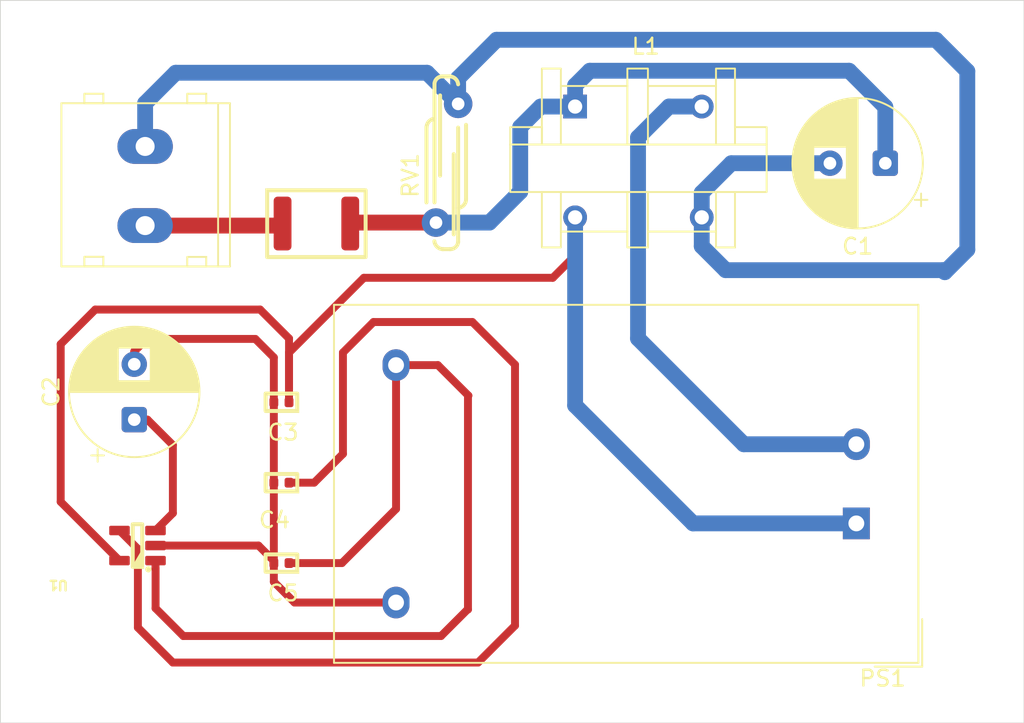
<source format=kicad_pcb>
(kicad_pcb (version 20241229) (generator "pcbnew") (generator_version "9.0")
  (layers (0 "F.Cu" signal) (2 "B.Cu" signal) (13 "F.Paste" user) (15 "B.Paste" user) (5 "F.SilkS" user "F.Silkscreen") (7 "B.SilkS" user "B.Silkscreen") (1 "F.Mask" user) (3 "B.Mask" user) (25 "Edge.Cuts" user))
  (net 0 "")
  (net 1 "Net-(C1-Pad1)")
  (net 2 "Net-(J1-Pin_1)")
  (net 3 "GND")
  (net 4 "+5V")
  (net 5 "+3.3V")
  (net 6 "Net-(U1-BP)")
  (net 7 "Net-(J1-Pin_2)")
  (net 8 "Net-(PS1-AC{slash}N)")
  (footprint "IVS_FOOTPRINTS:C_0402" (layer "F.Cu") (at 81.611149 114.162349 180)
    (property "Reference" "C3" (at -0.1 -1.9 0) (layer "F.SilkS"))
    (property "Value" "1 uF")
    (fp_rect (start -1 -0.55) (end 1 0.55) (stroke (width 0.25)) (fill no) (layer "F.SilkS"))
    (pad "1" smd roundrect (at -0.48 0 180) (size 0.56 0.62) (layers "F.Cu" "F.Mask" "F.Paste") (net 5 "+3.3V"))
    (pad "2" smd roundrect (at 0.48 0 180) (size 0.56 0.62) (layers "F.Cu" "F.Mask" "F.Paste") (net 3 "GND"))
  )
  (footprint "IVS_FOOTPRINTS:SOT23-5" (layer "F.Cu") (at 72.517 123.2154 180)
    (property "Reference" "U1" (at 5 -2.5 180) (layer "F.SilkS") (effects (font (size 0.6 0.6) (thickness 0.15) (bold yes))))
    (property "Value" "RT9193-33GB")
    (fp_rect (start -0.2992 -1.35) (end 0.2992 1.35) (stroke (width 0.25)) (fill no) (layer "F.SilkS"))
    (fp_circle (center -0.6858 -1.4986) (end -0.564289 -1.4986) (stroke (width 0.15)) (fill yes) (layer "F.SilkS"))
    (fp_poly (pts (xy -0.2992 -1.35) (xy 0.2992 -1.35) (xy -0.3048 -0.3302)) (stroke (width 0.12)) (fill yes) (layer "F.SilkS"))
    (pad "1" smd roundrect (at -1.1375 -0.95 180) (size 1.3 0.6) (layers "F.Cu" "F.Mask" "F.Paste") (roundrect_rratio 0.15) (net 4 "+5V"))
    (pad "2" smd roundrect (at -1.1375 0 180) (size 1.3 0.6) (layers "F.Cu" "F.Mask" "F.Paste") (roundrect_rratio 0.15) (net 3 "GND"))
    (pad "3" smd roundrect (at -1.1375 0.95 180) (size 1.3 0.6) (layers "F.Cu" "F.Mask" "F.Paste") (roundrect_rratio 0.15) (net 4 "+5V"))
    (pad "4" smd roundrect (at 1.1375 0.95 180) (size 1.3 0.6) (layers "F.Cu" "F.Mask" "F.Paste") (roundrect_rratio 0.15) (net 6 "Net-(U1-BP)"))
    (pad "5" smd roundrect (at 1.1375 -0.95 180) (size 1.3 0.6) (layers "F.Cu" "F.Mask" "F.Paste") (roundrect_rratio 0.15) (net 5 "+3.3V"))
  )
  (footprint "IVS_FOOTPRINTS:C_0402" (layer "F.Cu") (at 81.611149 124.322349 180)
    (property "Reference" "C5" (at -0.1 -1.9 0) (layer "F.SilkS"))
    (property "Value" "1uF")
    (fp_rect (start -1 -0.55) (end 1 0.55) (stroke (width 0.25)) (fill no) (layer "F.SilkS"))
    (pad "1" smd roundrect (at -0.48 0 180) (size 0.56 0.62) (layers "F.Cu" "F.Mask" "F.Paste") (net 4 "+5V"))
    (pad "2" smd roundrect (at 0.48 0 180) (size 0.56 0.62) (layers "F.Cu" "F.Mask" "F.Paste") (net 3 "GND"))
  )
  (footprint "Converter_ACDC:Converter_ACDC_Hi-Link_HLK-PMxx" (layer "F.Cu") (at 117.9322 121.8146 180)
    (property "Reference" "PS1" (at -1.66 -9.79 0) (layer "F.SilkS"))
    (property "Value" "HLK-PM01")
    (fp_line (start 33 -8.81) (end 33 13.81) (stroke (width 0.12)) (layer "F.SilkS"))
    (fp_line (start -3.92 13.81) (end 33 13.81) (stroke (width 0.12)) (layer "F.SilkS"))
    (fp_line (start -3.92 -8.81) (end 33 -8.81) (stroke (width 0.12)) (layer "F.SilkS"))
    (fp_line (start -3.92 -8.81) (end -3.92 13.81) (stroke (width 0.12)) (layer "F.SilkS"))
    (fp_line (start -4.16 -6.05) (end -4.16 -9.05) (stroke (width 0.12)) (layer "F.SilkS"))
    (fp_line (start -4.16 -9.05) (end -1.16 -9.05) (stroke (width 0.12)) (layer "F.SilkS"))
    (pad "1" thru_hole rect (at 0 0 180) (size 1.7 2) (drill 1) (layers "*.Cu" "*.Mask") (net 5 "+3.3V"))
    (pad "2" thru_hole oval (at 0 5 180) (size 1.7 2) (drill 1) (layers "*.Cu" "*.Mask") (net 8 "Net-(PS1-AC{slash}N)"))
    (pad "3" thru_hole oval (at 29.08 -5 180) (size 1.7 2) (drill 1) (layers "*.Cu" "*.Mask") (net 3 "GND"))
    (pad "4" thru_hole oval (at 29.08 10 180) (size 1.7 2) (drill 1) (layers "*.Cu" "*.Mask") (net 4 "+5V"))
  )
  (footprint "IVS_FOOTPRINTS:ACFilterChoke-UU9.8" (layer "F.Cu") (at 104.1154 98.8798)
    (property "Reference" "L1" (hide yes))
    (property "Value" "L_Coupled_1243")
    (fp_line (start -4.85 -4.7) (end -0.65 -4.7) (stroke (width 0.12)) (layer "F.SilkS"))
    (fp_line (start -4.85 4.5) (end -0.65 4.5) (stroke (width 0.12)) (layer "F.SilkS"))
    (fp_line (start 0.65 -4.7) (end 4.95 -4.7) (stroke (width 0.12)) (layer "F.SilkS"))
    (fp_line (start 0.65 4.5) (end 4.95 4.5) (stroke (width 0.12)) (layer "F.SilkS"))
    (fp_rect (start -8.05 -1) (end -6.05 -2.1) (stroke (width 0.12)) (fill no) (layer "F.SilkS"))
    (fp_rect (start -8.05 -1) (end 8.15 2) (stroke (width 0.12)) (fill no) (layer "F.SilkS"))
    (fp_rect (start -6.05 -1) (end -4.85 -5.8) (stroke (width 0.12)) (fill no) (layer "F.SilkS"))
    (fp_rect (start -6.05 2) (end -4.85 5.5) (stroke (width 0.12)) (fill no) (layer "F.SilkS"))
    (fp_rect (start -0.65 -1) (end 0.65 -5.8) (stroke (width 0.12)) (fill no) (layer "F.SilkS"))
    (fp_rect (start 0.65 5.5) (end -0.65 2) (stroke (width 0.12)) (fill no) (layer "F.SilkS"))
    (fp_rect (start 4.95 -1) (end 6.15 -5.8) (stroke (width 0.12)) (fill no) (layer "F.SilkS"))
    (fp_rect (start 6.15 -1) (end 8.15 -2.1) (stroke (width 0.12)) (fill no) (layer "F.SilkS"))
    (fp_rect (start 6.15 5.5) (end 4.95 2) (stroke (width 0.12)) (fill no) (layer "F.SilkS"))
    (fp_text user "${REFERENCE}" (at 0.51 -7.2 0) (layer "F.SilkS"))
    (pad "1" thru_hole trapezoid (at -3.95 -3.4) (size 1.5 1.5) (drill 0.9) (layers "*.Cu" "*.Mask") (net 1 "Net-(C1-Pad1)"))
    (pad "2" thru_hole circle (at -3.95 3.6) (size 1.5 1.5) (drill 0.9) (layers "*.Cu" "*.Mask") (net 5 "+3.3V"))
    (pad "3" thru_hole circle (at 4.05 -3.4) (size 1.5 1.5) (drill 0.9) (layers "*.Cu" "*.Mask") (net 8 "Net-(PS1-AC{slash}N)"))
    (pad "4" thru_hole circle (at 4.05 3.6) (size 1.5 1.5) (drill 0.9) (layers "*.Cu" "*.Mask") (net 2 "Net-(J1-Pin_1)"))
  )
  (footprint "Capacitor_THT:CP_Radial_D8.0mm_P3.50mm" (layer "F.Cu") (at 119.762651 99.06 180)
    (property "Reference" "C1" (at 1.75 -5.25 0) (layer "F.SilkS"))
    (property "Value" "220 uF" (hide yes))
    (fp_line (start 5.83 -0.533) (end 5.83 0.533) (stroke (width 0.12)) (layer "F.SilkS"))
    (fp_line (start 5.79 -0.768) (end 5.79 0.768) (stroke (width 0.12)) (layer "F.SilkS"))
    (fp_line (start 5.75 -0.947) (end 5.75 0.947) (stroke (width 0.12)) (layer "F.SilkS"))
    (fp_line (start 5.71 -1.097) (end 5.71 1.097) (stroke (width 0.12)) (layer "F.SilkS"))
    (fp_line (start 5.67 -1.228) (end 5.67 1.228) (stroke (width 0.12)) (layer "F.SilkS"))
    (fp_line (start 5.63 -1.346) (end 5.63 1.346) (stroke (width 0.12)) (layer "F.SilkS"))
    (fp_line (start 5.59 -1.453) (end 5.59 1.453) (stroke (width 0.12)) (layer "F.SilkS"))
    (fp_line (start 5.55 -1.552) (end 5.55 1.552) (stroke (width 0.12)) (layer "F.SilkS"))
    (fp_line (start 5.51 -1.644) (end 5.51 1.644) (stroke (width 0.12)) (layer "F.SilkS"))
    (fp_line (start 5.47 -1.731) (end 5.47 1.731) (stroke (width 0.12)) (layer "F.SilkS"))
    (fp_line (start 5.43 -1.813) (end 5.43 1.813) (stroke (width 0.12)) (layer "F.SilkS"))
    (fp_line (start 5.39 -1.89) (end 5.39 1.89) (stroke (width 0.12)) (layer "F.SilkS"))
    (fp_line (start 5.35 -1.964) (end 5.35 1.964) (stroke (width 0.12)) (layer "F.SilkS"))
    (fp_line (start 5.31 -2.034) (end 5.31 2.034) (stroke (width 0.12)) (layer "F.SilkS"))
    (fp_line (start 5.27 -2.101) (end 5.27 2.101) (stroke (width 0.12)) (layer "F.SilkS"))
    (fp_line (start 5.23 -2.165) (end 5.23 2.165) (stroke (width 0.12)) (layer "F.SilkS"))
    (fp_line (start 5.19 -2.227) (end 5.19 2.227) (stroke (width 0.12)) (layer "F.SilkS"))
    (fp_line (start 5.15 -2.287) (end 5.15 2.287) (stroke (width 0.12)) (layer "F.SilkS"))
    (fp_line (start 5.11 -2.344) (end 5.11 2.344) (stroke (width 0.12)) (layer "F.SilkS"))
    (fp_line (start 5.07 -2.4) (end 5.07 2.4) (stroke (width 0.12)) (layer "F.SilkS"))
    (fp_line (start 5.03 -2.453) (end 5.03 2.453) (stroke (width 0.12)) (layer "F.SilkS"))
    (fp_line (start 4.99 -2.505) (end 4.99 2.505) (stroke (width 0.12)) (layer "F.SilkS"))
    (fp_line (start 4.95 -2.555) (end 4.95 2.555) (stroke (width 0.12)) (layer "F.SilkS"))
    (fp_line (start 4.91 -2.604) (end 4.91 2.604) (stroke (width 0.12)) (layer "F.SilkS"))
    (fp_line (start 4.87 -2.651) (end 4.87 2.651) (stroke (width 0.12)) (layer "F.SilkS"))
    (fp_line (start 4.83 -2.696) (end 4.83 2.696) (stroke (width 0.12)) (layer "F.SilkS"))
    (fp_line (start 4.79 -2.741) (end 4.79 2.741) (stroke (width 0.12)) (layer "F.SilkS"))
    (fp_line (start 4.75 -2.784) (end 4.75 2.784) (stroke (width 0.12)) (layer "F.SilkS"))
    (fp_line (start 4.71 -2.826) (end 4.71 2.826) (stroke (width 0.12)) (layer "F.SilkS"))
    (fp_line (start 4.67 -2.867) (end 4.67 2.867) (stroke (width 0.12)) (layer "F.SilkS"))
    (fp_line (start 4.63 -2.906) (end 4.63 2.906) (stroke (width 0.12)) (layer "F.SilkS"))
    (fp_line (start 4.59 -2.945) (end 4.59 2.945) (stroke (width 0.12)) (layer "F.SilkS"))
    (fp_line (start 4.55 -2.982) (end 4.55 2.982) (stroke (width 0.12)) (layer "F.SilkS"))
    (fp_line (start 4.51 1.04) (end 4.51 3.019) (stroke (width 0.12)) (layer "F.SilkS"))
    (fp_line (start 4.51 -3.019) (end 4.51 -1.04) (stroke (width 0.12)) (layer "F.SilkS"))
    (fp_line (start 4.47 1.04) (end 4.47 3.055) (stroke (width 0.12)) (layer "F.SilkS"))
    (fp_line (start 4.47 -3.055) (end 4.47 -1.04) (stroke (width 0.12)) (layer "F.SilkS"))
    (fp_line (start 4.43 1.04) (end 4.43 3.089) (stroke (width 0.12)) (layer "F.SilkS"))
    (fp_line (start 4.43 -3.089) (end 4.43 -1.04) (stroke (width 0.12)) (layer "F.SilkS"))
    (fp_line (start 4.39 1.04) (end 4.39 3.123) (stroke (width 0.12)) (layer "F.SilkS"))
    (fp_line (start 4.39 -3.123) (end 4.39 -1.04) (stroke (width 0.12)) (layer "F.SilkS"))
    (fp_line (start 4.35 1.04) (end 4.35 3.156) (stroke (width 0.12)) (layer "F.SilkS"))
    (fp_line (start 4.35 -3.156) (end 4.35 -1.04) (stroke (width 0.12)) (layer "F.SilkS"))
    (fp_line (start 4.31 1.04) (end 4.31 3.188) (stroke (width 0.12)) (layer "F.SilkS"))
    (fp_line (start 4.31 -3.188) (end 4.31 -1.04) (stroke (width 0.12)) (layer "F.SilkS"))
    (fp_line (start 4.27 1.04) (end 4.27 3.219) (stroke (width 0.12)) (layer "F.SilkS"))
    (fp_line (start 4.27 -3.219) (end 4.27 -1.04) (stroke (width 0.12)) (layer "F.SilkS"))
    (fp_line (start 4.23 1.04) (end 4.23 3.25) (stroke (width 0.12)) (layer "F.SilkS"))
    (fp_line (start 4.23 -3.25) (end 4.23 -1.04) (stroke (width 0.12)) (layer "F.SilkS"))
    (fp_line (start 4.19 1.04) (end 4.19 3.28) (stroke (width 0.12)) (layer "F.SilkS"))
    (fp_line (start 4.19 -3.28) (end 4.19 -1.04) (stroke (width 0.12)) (layer "F.SilkS"))
    (fp_line (start 4.15 1.04) (end 4.15 3.309) (stroke (width 0.12)) (layer "F.SilkS"))
    (fp_line (start 4.15 -3.309) (end 4.15 -1.04) (stroke (width 0.12)) (layer "F.SilkS"))
    (fp_line (start 4.11 1.04) (end 4.11 3.337) (stroke (width 0.12)) (layer "F.SilkS"))
    (fp_line (start 4.11 -3.337) (end 4.11 -1.04) (stroke (width 0.12)) (layer "F.SilkS"))
    (fp_line (start 4.07 1.04) (end 4.07 3.365) (stroke (width 0.12)) (layer "F.SilkS"))
    (fp_line (start 4.07 -3.365) (end 4.07 -1.04) (stroke (width 0.12)) (layer "F.SilkS"))
    (fp_line (start 4.03 1.04) (end 4.03 3.392) (stroke (width 0.12)) (layer "F.SilkS"))
    (fp_line (start 4.03 -3.392) (end 4.03 -1.04) (stroke (width 0.12)) (layer "F.SilkS"))
    (fp_line (start 3.99 1.04) (end 3.99 3.418) (stroke (width 0.12)) (layer "F.SilkS"))
    (fp_line (start 3.99 -3.418) (end 3.99 -1.04) (stroke (width 0.12)) (layer "F.SilkS"))
    (fp_line (start 3.95 1.04) (end 3.95 3.443) (stroke (width 0.12)) (layer "F.SilkS"))
    (fp_line (start 3.95 -3.443) (end 3.95 -1.04) (stroke (width 0.12)) (layer "F.SilkS"))
    (fp_line (start 3.91 1.04) (end 3.91 3.468) (stroke (width 0.12)) (layer "F.SilkS"))
    (fp_line (start 3.91 -3.468) (end 3.91 -1.04) (stroke (width 0.12)) (layer "F.SilkS"))
    (fp_line (start 3.87 1.04) (end 3.87 3.493) (stroke (width 0.12)) (layer "F.SilkS"))
    (fp_line (start 3.87 -3.493) (end 3.87 -1.04) (stroke (width 0.12)) (layer "F.SilkS"))
    (fp_line (start 3.83 1.04) (end 3.83 3.516) (stroke (width 0.12)) (layer "F.SilkS"))
    (fp_line (start 3.83 -3.516) (end 3.83 -1.04) (stroke (width 0.12)) (layer "F.SilkS"))
    (fp_line (start 3.79 1.04) (end 3.79 3.539) (stroke (width 0.12)) (layer "F.SilkS"))
    (fp_line (start 3.79 -3.539) (end 3.79 -1.04) (stroke (width 0.12)) (layer "F.SilkS"))
    (fp_line (start 3.75 1.04) (end 3.75 3.562) (stroke (width 0.12)) (layer "F.SilkS"))
    (fp_line (start 3.75 -3.562) (end 3.75 -1.04) (stroke (width 0.12)) (layer "F.SilkS"))
    (fp_line (start 3.71 1.04) (end 3.71 3.584) (stroke (width 0.12)) (layer "F.SilkS"))
    (fp_line (start 3.71 -3.584) (end 3.71 -1.04) (stroke (width 0.12)) (layer "F.SilkS"))
    (fp_line (start 3.67 1.04) (end 3.67 3.605) (stroke (width 0.12)) (layer "F.SilkS"))
    (fp_line (start 3.67 -3.605) (end 3.67 -1.04) (stroke (width 0.12)) (layer "F.SilkS"))
    (fp_line (start 3.63 1.04) (end 3.63 3.626) (stroke (width 0.12)) (layer "F.SilkS"))
    (fp_line (start 3.63 -3.626) (end 3.63 -1.04) (stroke (width 0.12)) (layer "F.SilkS"))
    (fp_line (start 3.59 1.04) (end 3.59 3.646) (stroke (width 0.12)) (layer "F.SilkS"))
    (fp_line (start 3.59 -3.646) (end 3.59 -1.04) (stroke (width 0.12)) (layer "F.SilkS"))
    (fp_line (start 3.55 1.04) (end 3.55 3.666) (stroke (width 0.12)) (layer "F.SilkS"))
    (fp_line (start 3.55 -3.666) (end 3.55 -1.04) (stroke (width 0.12)) (layer "F.SilkS"))
    (fp_line (start 3.51 1.04) (end 3.51 3.685) (stroke (width 0.12)) (layer "F.SilkS"))
    (fp_line (start 3.51 -3.685) (end 3.51 -1.04) (stroke (width 0.12)) (layer "F.SilkS"))
    (fp_line (start 3.47 1.04) (end 3.47 3.704) (stroke (width 0.12)) (layer "F.SilkS"))
    (fp_line (start 3.47 -3.704) (end 3.47 -1.04) (stroke (width 0.12)) (layer "F.SilkS"))
    (fp_line (start 3.43 1.04) (end 3.43 3.722) (stroke (width 0.12)) (layer "F.SilkS"))
    (fp_line (start 3.43 -3.722) (end 3.43 -1.04) (stroke (width 0.12)) (layer "F.SilkS"))
    (fp_line (start 3.39 1.04) (end 3.39 3.74) (stroke (width 0.12)) (layer "F.SilkS"))
    (fp_line (start 3.39 -3.74) (end 3.39 -1.04) (stroke (width 0.12)) (layer "F.SilkS"))
    (fp_line (start 3.35 1.04) (end 3.35 3.757) (stroke (width 0.12)) (layer "F.SilkS"))
    (fp_line (start 3.35 -3.757) (end 3.35 -1.04) (stroke (width 0.12)) (layer "F.SilkS"))
    (fp_line (start 3.31 1.04) (end 3.31 3.773) (stroke (width 0.12)) (layer "F.SilkS"))
    (fp_line (start 3.31 -3.773) (end 3.31 -1.04) (stroke (width 0.12)) (layer "F.SilkS"))
    (fp_line (start 3.27 1.04) (end 3.27 3.789) (stroke (width 0.12)) (layer "F.SilkS"))
    (fp_line (start 3.27 -3.789) (end 3.27 -1.04) (stroke (width 0.12)) (layer "F.SilkS"))
    (fp_line (start 3.23 1.04) (end 3.23 3.805) (stroke (width 0.12)) (layer "F.SilkS"))
    (fp_line (start 3.23 -3.805) (end 3.23 -1.04) (stroke (width 0.12)) (layer "F.SilkS"))
    (fp_line (start 3.19 1.04) (end 3.19 3.82) (stroke (width 0.12)) (layer "F.SilkS"))
    (fp_line (start 3.19 -3.82) (end 3.19 -1.04) (stroke (width 0.12)) (layer "F.SilkS"))
    (fp_line (start 3.15 1.04) (end 3.15 3.835) (stroke (width 0.12)) (layer "F.SilkS"))
    (fp_line (start 3.15 -3.835) (end 3.15 -1.04) (stroke (width 0.12)) (layer "F.SilkS"))
    (fp_line (start 3.11 1.04) (end 3.11 3.849) (stroke (width 0.12)) (layer "F.SilkS"))
    (fp_line (start 3.11 -3.849) (end 3.11 -1.04) (stroke (width 0.12)) (layer "F.SilkS"))
    (fp_line (start 3.07 1.04) (end 3.07 3.863) (stroke (width 0.12)) (layer "F.SilkS"))
    (fp_line (start 3.07 -3.863) (end 3.07 -1.04) (stroke (width 0.12)) (layer "F.SilkS"))
    (fp_line (start 3.03 1.04) (end 3.03 3.876) (stroke (width 0.12)) (layer "F.SilkS"))
    (fp_line (start 3.03 -3.876) (end 3.03 -1.04) (stroke (width 0.12)) (layer "F.SilkS"))
    (fp_line (start 2.99 1.04) (end 2.99 3.889) (stroke (width 0.12)) (layer "F.SilkS"))
    (fp_line (start 2.99 -3.889) (end 2.99 -1.04) (stroke (width 0.12)) (layer "F.SilkS"))
    (fp_line (start 2.95 1.04) (end 2.95 3.901) (stroke (width 0.12)) (layer "F.SilkS"))
    (fp_line (start 2.95 -3.901) (end 2.95 -1.04) (stroke (width 0.12)) (layer "F.SilkS"))
    (fp_line (start 2.91 1.04) (end 2.91 3.913) (stroke (width 0.12)) (layer "F.SilkS"))
    (fp_line (start 2.91 -3.913) (end 2.91 -1.04) (stroke (width 0.12)) (layer "F.SilkS"))
    (fp_line (start 2.87 1.04) (end 2.87 3.925) (stroke (width 0.12)) (layer "F.SilkS"))
    (fp_line (start 2.87 -3.925) (end 2.87 -1.04) (stroke (width 0.12)) (layer "F.SilkS"))
    (fp_line (start 2.83 1.04) (end 2.83 3.936) (stroke (width 0.12)) (layer "F.SilkS"))
    (fp_line (start 2.83 -3.936) (end 2.83 -1.04) (stroke (width 0.12)) (layer "F.SilkS"))
    (fp_line (start 2.79 1.04) (end 2.79 3.947) (stroke (width 0.12)) (layer "F.SilkS"))
    (fp_line (start 2.79 -3.947) (end 2.79 -1.04) (stroke (width 0.12)) (layer "F.SilkS"))
    (fp_line (start 2.75 1.04) (end 2.75 3.957) (stroke (width 0.12)) (layer "F.SilkS"))
    (fp_line (start 2.75 -3.957) (end 2.75 -1.04) (stroke (width 0.12)) (layer "F.SilkS"))
    (fp_line (start 2.71 1.04) (end 2.71 3.967) (stroke (width 0.12)) (layer "F.SilkS"))
    (fp_line (start 2.71 -3.967) (end 2.71 -1.04) (stroke (width 0.12)) (layer "F.SilkS"))
    (fp_line (start 2.67 1.04) (end 2.67 3.976) (stroke (width 0.12)) (layer "F.SilkS"))
    (fp_line (start 2.67 -3.976) (end 2.67 -1.04) (stroke (width 0.12)) (layer "F.SilkS"))
    (fp_line (start 2.63 1.04) (end 2.63 3.985) (stroke (width 0.12)) (layer "F.SilkS"))
    (fp_line (start 2.63 -3.985) (end 2.63 -1.04) (stroke (width 0.12)) (layer "F.SilkS"))
    (fp_line (start 2.59 1.04) (end 2.59 3.993) (stroke (width 0.12)) (layer "F.SilkS"))
    (fp_line (start 2.59 -3.993) (end 2.59 -1.04) (stroke (width 0.12)) (layer "F.SilkS"))
    (fp_line (start 2.55 1.04) (end 2.55 4.002) (stroke (width 0.12)) (layer "F.SilkS"))
    (fp_line (start 2.55 -4.002) (end 2.55 -1.04) (stroke (width 0.12)) (layer "F.SilkS"))
    (fp_line (start 2.51 1.04) (end 2.51 4.009) (stroke (width 0.12)) (layer "F.SilkS"))
    (fp_line (start 2.51 -4.009) (end 2.51 -1.04) (stroke (width 0.12)) (layer "F.SilkS"))
    (fp_line (start 2.47 1.04) (end 2.47 4.017) (stroke (width 0.12)) (layer "F.SilkS"))
    (fp_line (start 2.47 -4.017) (end 2.47 -1.04) (stroke (width 0.12)) (layer "F.SilkS"))
    (fp_line (start 2.43 -4.023) (end 2.43 4.023) (stroke (width 0.12)) (layer "F.SilkS"))
    (fp_line (start 2.39 -4.03) (end 2.39 4.03) (stroke (width 0.12)) (layer "F.SilkS"))
    (fp_line (start 2.35 -4.036) (end 2.35 4.036) (stroke (width 0.12)) (layer "F.SilkS"))
    (fp_line (start 2.31 -4.042) (end 2.31 4.042) (stroke (width 0.12)) (layer "F.SilkS"))
    (fp_line (start 2.27 -4.047) (end 2.27 4.047) (stroke (width 0.12)) (layer "F.SilkS"))
    (fp_line (start 2.23 -4.052) (end 2.23 4.052) (stroke (width 0.12)) (layer "F.SilkS"))
    (fp_line (start 2.19 -4.056) (end 2.19 4.056) (stroke (width 0.12)) (layer "F.SilkS"))
    (fp_line (start 2.15 -4.061) (end 2.15 4.061) (stroke (width 0.12)) (layer "F.SilkS"))
    (fp_line (start 2.11 -4.064) (end 2.11 4.064) (stroke (width 0.12)) (layer "F.SilkS"))
    (fp_line (start 2.07 -4.068) (end 2.07 4.068) (stroke (width 0.12)) (layer "F.SilkS"))
    (fp_line (start 2.03 -4.07) (end 2.03 4.07) (stroke (width 0.12)) (layer "F.SilkS"))
    (fp_line (start 1.99 -4.073) (end 1.99 4.073) (stroke (width 0.12)) (layer "F.SilkS"))
    (fp_line (start 1.95 -4.075) (end 1.95 4.075) (stroke (width 0.12)) (layer "F.SilkS"))
    (fp_line (start 1.91 -4.077) (end 1.91 4.077) (stroke (width 0.12)) (layer "F.SilkS"))
    (fp_line (start 1.87 -4.078) (end 1.87 4.078) (stroke (width 0.12)) (layer "F.SilkS"))
    (fp_line (start 1.83 -4.079) (end 1.83 4.079) (stroke (width 0.12)) (layer "F.SilkS"))
    (fp_line (start 1.79 -4.08) (end 1.79 4.08) (stroke (width 0.12)) (layer "F.SilkS"))
    (fp_line (start 1.75 -4.08) (end 1.75 4.08) (stroke (width 0.12)) (layer "F.SilkS"))
    (fp_line (start -2.259698 -2.715) (end -2.259698 -1.915) (stroke (width 0.12)) (layer "F.SilkS"))
    (fp_line (start -2.659698 -2.315) (end -1.859698 -2.315) (stroke (width 0.12)) (layer "F.SilkS"))
    (fp_circle (center 1.75 0) (end 5.87 0) (stroke (width 0.12)) (fill no) (layer "F.SilkS"))
    (pad "1" thru_hole roundrect (at 0 0 180) (size 1.6 1.6) (drill 0.8) (layers "*.Cu" "*.Mask") (roundrect_rratio 0.15625) (net 1 "Net-(C1-Pad1)"))
    (pad "2" thru_hole circle (at 3.5 0 180) (size 1.6 1.6) (drill 0.8) (layers "*.Cu" "*.Mask") (net 2 "Net-(J1-Pin_1)"))
  )
  (footprint "IVS_FOOTPRINTS:Varistor-RV-Disc-D12mm-W3.9mm-P7.5mm" (layer "F.Cu") (at 92.775 95.31 -90)
    (property "Reference" "RV1" (at 4.52 3.02 90) (layer "F.SilkS"))
    (property "Value" "Varistor")
    (fp_line (start 6.225 2) (end 1.465 2) (stroke (width 0.25)) (layer "F.SilkS"))
    (fp_line (start 6.225 1.494055) (end -1.280945 1.494055) (stroke (width 0.25)) (layer "F.SilkS"))
    (fp_line (start 4.535 1.14) (end -0.535 1.14) (stroke (width 0.25)) (layer "F.SilkS"))
    (fp_line (start -1.735945 0.984055) (end -1.735945 0.484055) (stroke (width 0.25)) (layer "F.SilkS"))
    (fp_line (start 9.18 0.51) (end 9.18 1.01) (stroke (width 0.25)) (layer "F.SilkS"))
    (fp_line (start 8.245 0.28) (end 3.175 0.28) (stroke (width 0.25)) (layer "F.SilkS"))
    (fp_line (start 1.5 0) (end 8.725 0) (stroke (width 0.25)) (layer "F.SilkS"))
    (fp_line (start 6.01 -0.5) (end 1.325 -0.5) (stroke (width 0.25)) (layer "F.SilkS"))
    (fp_arc (start 1.493647 1.992935) (mid 1.120027 1.84997) (end 0.939592 1.492935) (stroke (width 0.25)) (layer "F.SilkS"))
    (fp_arc (start -1.280945 1.494054) (mid -1.607737 1.327639) (end -1.735945 0.984055) (stroke (width 0.25)) (layer "F.SilkS"))
    (fp_arc (start 9.18 0.94) (mid 9.037342 1.315841) (end 8.68 1.5) (stroke (width 0.25)) (layer "F.SilkS"))
    (fp_arc (start -1.735945 0.554055) (mid -1.59298 0.180435) (end -1.235945 0) (stroke (width 0.25)) (layer "F.SilkS"))
    (fp_arc (start 8.725 0.000001) (mid 9.051792 0.166416) (end 9.18 0.51) (stroke (width 0.25)) (layer "F.SilkS"))
    (fp_arc (start 6.02 -0.5) (mid 6.39362 -0.357035) (end 6.574055 0) (stroke (width 0.25)) (layer "F.SilkS"))
    (pad "1" thru_hole circle (at 0 0 270) (size 1.8 1.8) (drill 0.8) (layers "*.Cu" "*.Mask") (net 2 "Net-(J1-Pin_1)"))
    (pad "2" thru_hole circle (at 7.5 1.4 270) (size 1.8 1.8) (drill 0.8) (layers "*.Cu" "*.Mask") (net 1 "Net-(C1-Pad1)"))
  )
  (footprint "IVS_FOOTPRINTS:C_0402" (layer "F.Cu") (at 81.611149 119.242349 180)
    (property "Reference" "C4" (at 0.44 -2.36 0) (layer "F.SilkS"))
    (property "Value" "22 nF")
    (fp_rect (start -1 -0.55) (end 1 0.55) (stroke (width 0.25)) (fill no) (layer "F.SilkS"))
    (pad "1" smd roundrect (at -0.48 0 180) (size 0.56 0.62) (layers "F.Cu" "F.Mask" "F.Paste") (net 6 "Net-(U1-BP)"))
    (pad "2" smd roundrect (at 0.48 0 180) (size 0.56 0.62) (layers "F.Cu" "F.Mask" "F.Paste") (net 3 "GND"))
  )
  (footprint "IVS_FOOTPRINTS:Terminal-Vert-THT-2P-5.0mm-KF128" (layer "F.Cu") (at 73 100.5 -90)
    (property "Reference" "J1" (hide yes))
    (property "Value" "Screw_Terminal_01x02")
    (fp_line (start -5.23 5.29) (end -5.23 -5.36) (stroke (width 0.12)) (layer "F.SilkS"))
    (fp_line (start 5.08 5.29) (end -5.23 5.29) (stroke (width 0.12)) (layer "F.SilkS"))
    (fp_line (start -5.22 -4.61) (end 5.08 -4.61) (stroke (width 0.12)) (layer "F.SilkS"))
    (fp_line (start -5.23 -5.36) (end 5.08 -5.36) (stroke (width 0.12)) (layer "F.SilkS"))
    (fp_line (start 5.08 -5.36) (end 5.08 5.29) (stroke (width 0.12)) (layer "F.SilkS"))
    (fp_rect (start -5.83 2.64) (end -5.23 3.84) (stroke (width 0.12)) (fill no) (layer "F.SilkS"))
    (fp_rect (start 4.47 2.64) (end 5.07 3.84) (stroke (width 0.12)) (fill no) (layer "F.SilkS"))
    (fp_rect (start -5.83 -3.86) (end -5.23 -2.66) (stroke (width 0.12)) (fill no) (layer "F.SilkS"))
    (fp_rect (start 4.48 -3.86) (end 5.08 -2.66) (stroke (width 0.12)) (fill no) (layer "F.SilkS"))
    (pad "1" thru_hole oval (at -2.5 0 270) (size 2.2 3.5) (drill 1.2) (layers "*.Cu" "*.Mask") (net 2 "Net-(J1-Pin_1)"))
    (pad "2" thru_hole oval (at 2.5 0 270) (size 2.2 3.5) (drill 1.2) (layers "*.Cu" "*.Mask") (net 7 "Net-(J1-Pin_2)"))
  )
  (footprint "Capacitor_THT:CP_Radial_D8.0mm_P3.50mm" (layer "F.Cu") (at 72.3138 115.26 90)
    (property "Reference" "C2" (at 1.75 -5.25 90) (layer "F.SilkS"))
    (property "Value" "220 uF")
    (fp_line (start 1.79 -4.08) (end 1.79 4.08) (stroke (width 0.12)) (layer "F.SilkS"))
    (fp_line (start 1.75 -4.08) (end 1.75 4.08) (stroke (width 0.12)) (layer "F.SilkS"))
    (fp_line (start 1.83 -4.079) (end 1.83 4.079) (stroke (width 0.12)) (layer "F.SilkS"))
    (fp_line (start 1.87 -4.078) (end 1.87 4.078) (stroke (width 0.12)) (layer "F.SilkS"))
    (fp_line (start 1.91 -4.077) (end 1.91 4.077) (stroke (width 0.12)) (layer "F.SilkS"))
    (fp_line (start 1.95 -4.075) (end 1.95 4.075) (stroke (width 0.12)) (layer "F.SilkS"))
    (fp_line (start 1.99 -4.073) (end 1.99 4.073) (stroke (width 0.12)) (layer "F.SilkS"))
    (fp_line (start 2.03 -4.07) (end 2.03 4.07) (stroke (width 0.12)) (layer "F.SilkS"))
    (fp_line (start 2.07 -4.068) (end 2.07 4.068) (stroke (width 0.12)) (layer "F.SilkS"))
    (fp_line (start 2.11 -4.064) (end 2.11 4.064) (stroke (width 0.12)) (layer "F.SilkS"))
    (fp_line (start 2.15 -4.061) (end 2.15 4.061) (stroke (width 0.12)) (layer "F.SilkS"))
    (fp_line (start 2.19 -4.056) (end 2.19 4.056) (stroke (width 0.12)) (layer "F.SilkS"))
    (fp_line (start 2.23 -4.052) (end 2.23 4.052) (stroke (width 0.12)) (layer "F.SilkS"))
    (fp_line (start 2.27 -4.047) (end 2.27 4.047) (stroke (width 0.12)) (layer "F.SilkS"))
    (fp_line (start 2.31 -4.042) (end 2.31 4.042) (stroke (width 0.12)) (layer "F.SilkS"))
    (fp_line (start 2.35 -4.036) (end 2.35 4.036) (stroke (width 0.12)) (layer "F.SilkS"))
    (fp_line (start 2.39 -4.03) (end 2.39 4.03) (stroke (width 0.12)) (layer "F.SilkS"))
    (fp_line (start 2.43 -4.023) (end 2.43 4.023) (stroke (width 0.12)) (layer "F.SilkS"))
    (fp_line (start 2.47 -4.017) (end 2.47 -1.04) (stroke (width 0.12)) (layer "F.SilkS"))
    (fp_line (start 2.51 -4.009) (end 2.51 -1.04) (stroke (width 0.12)) (layer "F.SilkS"))
    (fp_line (start 2.55 -4.002) (end 2.55 -1.04) (stroke (width 0.12)) (layer "F.SilkS"))
    (fp_line (start 2.59 -3.993) (end 2.59 -1.04) (stroke (width 0.12)) (layer "F.SilkS"))
    (fp_line (start 2.63 -3.985) (end 2.63 -1.04) (stroke (width 0.12)) (layer "F.SilkS"))
    (fp_line (start 2.67 -3.976) (end 2.67 -1.04) (stroke (width 0.12)) (layer "F.SilkS"))
    (fp_line (start 2.71 -3.967) (end 2.71 -1.04) (stroke (width 0.12)) (layer "F.SilkS"))
    (fp_line (start 2.75 -3.957) (end 2.75 -1.04) (stroke (width 0.12)) (layer "F.SilkS"))
    (fp_line (start 2.79 -3.947) (end 2.79 -1.04) (stroke (width 0.12)) (layer "F.SilkS"))
    (fp_line (start 2.83 -3.936) (end 2.83 -1.04) (stroke (width 0.12)) (layer "F.SilkS"))
    (fp_line (start 2.87 -3.925) (end 2.87 -1.04) (stroke (width 0.12)) (layer "F.SilkS"))
    (fp_line (start 2.91 -3.913) (end 2.91 -1.04) (stroke (width 0.12)) (layer "F.SilkS"))
    (fp_line (start 2.95 -3.901) (end 2.95 -1.04) (stroke (width 0.12)) (layer "F.SilkS"))
    (fp_line (start 2.99 -3.889) (end 2.99 -1.04) (stroke (width 0.12)) (layer "F.SilkS"))
    (fp_line (start 3.03 -3.876) (end 3.03 -1.04) (stroke (width 0.12)) (layer "F.SilkS"))
    (fp_line (start 3.07 -3.863) (end 3.07 -1.04) (stroke (width 0.12)) (layer "F.SilkS"))
    (fp_line (start 3.11 -3.849) (end 3.11 -1.04) (stroke (width 0.12)) (layer "F.SilkS"))
    (fp_line (start 3.15 -3.835) (end 3.15 -1.04) (stroke (width 0.12)) (layer "F.SilkS"))
    (fp_line (start 3.19 -3.82) (end 3.19 -1.04) (stroke (width 0.12)) (layer "F.SilkS"))
    (fp_line (start 3.23 -3.805) (end 3.23 -1.04) (stroke (width 0.12)) (layer "F.SilkS"))
    (fp_line (start 3.27 -3.789) (end 3.27 -1.04) (stroke (width 0.12)) (layer "F.SilkS"))
    (fp_line (start 3.31 -3.773) (end 3.31 -1.04) (stroke (width 0.12)) (layer "F.SilkS"))
    (fp_line (start 3.35 -3.757) (end 3.35 -1.04) (stroke (width 0.12)) (layer "F.SilkS"))
    (fp_line (start 3.39 -3.74) (end 3.39 -1.04) (stroke (width 0.12)) (layer "F.SilkS"))
    (fp_line (start 3.43 -3.722) (end 3.43 -1.04) (stroke (width 0.12)) (layer "F.SilkS"))
    (fp_line (start 3.47 -3.704) (end 3.47 -1.04) (stroke (width 0.12)) (layer "F.SilkS"))
    (fp_line (start 3.51 -3.685) (end 3.51 -1.04) (stroke (width 0.12)) (layer "F.SilkS"))
    (fp_line (start 3.55 -3.666) (end 3.55 -1.04) (stroke (width 0.12)) (layer "F.SilkS"))
    (fp_line (start 3.59 -3.646) (end 3.59 -1.04) (stroke (width 0.12)) (layer "F.SilkS"))
    (fp_line (start 3.63 -3.626) (end 3.63 -1.04) (stroke (width 0.12)) (layer "F.SilkS"))
    (fp_line (start 3.67 -3.605) (end 3.67 -1.04) (stroke (width 0.12)) (layer "F.SilkS"))
    (fp_line (start 3.71 -3.584) (end 3.71 -1.04) (stroke (width 0.12)) (layer "F.SilkS"))
    (fp_line (start 3.75 -3.562) (end 3.75 -1.04) (stroke (width 0.12)) (layer "F.SilkS"))
    (fp_line (start 3.79 -3.539) (end 3.79 -1.04) (stroke (width 0.12)) (layer "F.SilkS"))
    (fp_line (start 3.83 -3.516) (end 3.83 -1.04) (stroke (width 0.12)) (layer "F.SilkS"))
    (fp_line (start 3.87 -3.493) (end 3.87 -1.04) (stroke (width 0.12)) (layer "F.SilkS"))
    (fp_line (start 3.91 -3.468) (end 3.91 -1.04) (stroke (width 0.12)) (layer "F.SilkS"))
    (fp_line (start 3.95 -3.443) (end 3.95 -1.04) (stroke (width 0.12)) (layer "F.SilkS"))
    (fp_line (start 3.99 -3.418) (end 3.99 -1.04) (stroke (width 0.12)) (layer "F.SilkS"))
    (fp_line (start 4.03 -3.392) (end 4.03 -1.04) (stroke (width 0.12)) (layer "F.SilkS"))
    (fp_line (start 4.07 -3.365) (end 4.07 -1.04) (stroke (width 0.12)) (layer "F.SilkS"))
    (fp_line (start 4.11 -3.337) (end 4.11 -1.04) (stroke (width 0.12)) (layer "F.SilkS"))
    (fp_line (start 4.15 -3.309) (end 4.15 -1.04) (stroke (width 0.12)) (layer "F.SilkS"))
    (fp_line (start 4.19 -3.28) (end 4.19 -1.04) (stroke (width 0.12)) (layer "F.SilkS"))
    (fp_line (start 4.23 -3.25) (end 4.23 -1.04) (stroke (width 0.12)) (layer "F.SilkS"))
    (fp_line (start 4.27 -3.219) (end 4.27 -1.04) (stroke (width 0.12)) (layer "F.SilkS"))
    (fp_line (start 4.31 -3.188) (end 4.31 -1.04) (stroke (width 0.12)) (layer "F.SilkS"))
    (fp_line (start 4.35 -3.156) (end 4.35 -1.04) (stroke (width 0.12)) (layer "F.SilkS"))
    (fp_line (start 4.39 -3.123) (end 4.39 -1.04) (stroke (width 0.12)) (layer "F.SilkS"))
    (fp_line (start 4.43 -3.089) (end 4.43 -1.04) (stroke (width 0.12)) (layer "F.SilkS"))
    (fp_line (start 4.47 -3.055) (end 4.47 -1.04) (stroke (width 0.12)) (layer "F.SilkS"))
    (fp_line (start 4.51 -3.019) (end 4.51 -1.04) (stroke (width 0.12)) (layer "F.SilkS"))
    (fp_line (start 4.55 -2.982) (end 4.55 2.982) (stroke (width 0.12)) (layer "F.SilkS"))
    (fp_line (start 4.59 -2.945) (end 4.59 2.945) (stroke (width 0.12)) (layer "F.SilkS"))
    (fp_line (start 4.63 -2.906) (end 4.63 2.906) (stroke (width 0.12)) (layer "F.SilkS"))
    (fp_line (start 4.67 -2.867) (end 4.67 2.867) (stroke (width 0.12)) (layer "F.SilkS"))
    (fp_line (start 4.71 -2.826) (end 4.71 2.826) (stroke (width 0.12)) (layer "F.SilkS"))
    (fp_line (start 4.75 -2.784) (end 4.75 2.784) (stroke (width 0.12)) (layer "F.SilkS"))
    (fp_line (start 4.79 -2.741) (end 4.79 2.741) (stroke (width 0.12)) (layer "F.SilkS"))
    (fp_line (start -2.259698 -2.715) (end -2.259698 -1.915) (stroke (width 0.12)) (layer "F.SilkS"))
    (fp_line (start 4.83 -2.696) (end 4.83 2.696) (stroke (width 0.12)) (layer "F.SilkS"))
    (fp_line (start 4.87 -2.651) (end 4.87 2.651) (stroke (width 0.12)) (layer "F.SilkS"))
    (fp_line (start 4.91 -2.604) (end 4.91 2.604) (stroke (width 0.12)) (layer "F.SilkS"))
    (fp_line (start 4.95 -2.555) (end 4.95 2.555) (stroke (width 0.12)) (layer "F.SilkS"))
    (fp_line (start 4.99 -2.505) (end 4.99 2.505) (stroke (width 0.12)) (layer "F.SilkS"))
    (fp_line (start 5.03 -2.453) (end 5.03 2.453) (stroke (width 0.12)) (layer "F.SilkS"))
    (fp_line (start 5.07 -2.4) (end 5.07 2.4) (stroke (width 0.12)) (layer "F.SilkS"))
    (fp_line (start 5.11 -2.344) (end 5.11 2.344) (stroke (width 0.12)) (layer "F.SilkS"))
    (fp_line (start -2.659698 -2.315) (end -1.859698 -2.315) (stroke (width 0.12)) (layer "F.SilkS"))
    (fp_line (start 5.15 -2.287) (end 5.15 2.287) (stroke (width 0.12)) (layer "F.SilkS"))
    (fp_line (start 5.19 -2.227) (end 5.19 2.227) (stroke (width 0.12)) (layer "F.SilkS"))
    (fp_line (start 5.23 -2.165) (end 5.23 2.165) (stroke (width 0.12)) (layer "F.SilkS"))
    (fp_line (start 5.27 -2.101) (end 5.27 2.101) (stroke (width 0.12)) (layer "F.SilkS"))
    (fp_line (start 5.31 -2.034) (end 5.31 2.034) (stroke (width 0.12)) (layer "F.SilkS"))
    (fp_line (start 5.35 -1.964) (end 5.35 1.964) (stroke (width 0.12)) (layer "F.SilkS"))
    (fp_line (start 5.39 -1.89) (end 5.39 1.89) (stroke (width 0.12)) (layer "F.SilkS"))
    (fp_line (start 5.43 -1.813) (end 5.43 1.813) (stroke (width 0.12)) (layer "F.SilkS"))
    (fp_line (start 5.47 -1.731) (end 5.47 1.731) (stroke (width 0.12)) (layer "F.SilkS"))
    (fp_line (start 5.51 -1.644) (end 5.51 1.644) (stroke (width 0.12)) (layer "F.SilkS"))
    (fp_line (start 5.55 -1.552) (end 5.55 1.552) (stroke (width 0.12)) (layer "F.SilkS"))
    (fp_line (start 5.59 -1.453) (end 5.59 1.453) (stroke (width 0.12)) (layer "F.SilkS"))
    (fp_line (start 5.63 -1.346) (end 5.63 1.346) (stroke (width 0.12)) (layer "F.SilkS"))
    (fp_line (start 5.67 -1.228) (end 5.67 1.228) (stroke (width 0.12)) (layer "F.SilkS"))
    (fp_line (start 5.71 -1.097) (end 5.71 1.097) (stroke (width 0.12)) (layer "F.SilkS"))
    (fp_line (start 5.75 -0.947) (end 5.75 0.947) (stroke (width 0.12)) (layer "F.SilkS"))
    (fp_line (start 5.79 -0.768) (end 5.79 0.768) (stroke (width 0.12)) (layer "F.SilkS"))
    (fp_line (start 5.83 -0.533) (end 5.83 0.533) (stroke (width 0.12)) (layer "F.SilkS"))
    (fp_line (start 4.51 1.04) (end 4.51 3.019) (stroke (width 0.12)) (layer "F.SilkS"))
    (fp_line (start 4.47 1.04) (end 4.47 3.055) (stroke (width 0.12)) (layer "F.SilkS"))
    (fp_line (start 4.43 1.04) (end 4.43 3.089) (stroke (width 0.12)) (layer "F.SilkS"))
    (fp_line (start 4.39 1.04) (end 4.39 3.123) (stroke (width 0.12)) (layer "F.SilkS"))
    (fp_line (start 4.35 1.04) (end 4.35 3.156) (stroke (width 0.12)) (layer "F.SilkS"))
    (fp_line (start 4.31 1.04) (end 4.31 3.188) (stroke (width 0.12)) (layer "F.SilkS"))
    (fp_line (start 4.27 1.04) (end 4.27 3.219) (stroke (width 0.12)) (layer "F.SilkS"))
    (fp_line (start 4.23 1.04) (end 4.23 3.25) (stroke (width 0.12)) (layer "F.SilkS"))
    (fp_line (start 4.19 1.04) (end 4.19 3.28) (stroke (width 0.12)) (layer "F.SilkS"))
    (fp_line (start 4.15 1.04) (end 4.15 3.309) (stroke (width 0.12)) (layer "F.SilkS"))
    (fp_line (start 4.11 1.04) (end 4.11 3.337) (stroke (width 0.12)) (layer "F.SilkS"))
    (fp_line (start 4.07 1.04) (end 4.07 3.365) (stroke (width 0.12)) (layer "F.SilkS"))
    (fp_line (start 4.03 1.04) (end 4.03 3.392) (stroke (width 0.12)) (layer "F.SilkS"))
    (fp_line (start 3.99 1.04) (end 3.99 3.418) (stroke (width 0.12)) (layer "F.SilkS"))
    (fp_line (start 3.95 1.04) (end 3.95 3.443) (stroke (width 0.12)) (layer "F.SilkS"))
    (fp_line (start 3.91 1.04) (end 3.91 3.468) (stroke (width 0.12)) (layer "F.SilkS"))
    (fp_line (start 3.87 1.04) (end 3.87 3.493) (stroke (width 0.12)) (layer "F.SilkS"))
    (fp_line (start 3.83 1.04) (end 3.83 3.516) (stroke (width 0.12)) (layer "F.SilkS"))
    (fp_line (start 3.79 1.04) (end 3.79 3.539) (stroke (width 0.12)) (layer "F.SilkS"))
    (fp_line (start 3.75 1.04) (end 3.75 3.562) (stroke (width 0.12)) (layer "F.SilkS"))
    (fp_line (start 3.71 1.04) (end 3.71 3.584) (stroke (width 0.12)) (layer "F.SilkS"))
    (fp_line (start 3.67 1.04) (end 3.67 3.605) (stroke (width 0.12)) (layer "F.SilkS"))
    (fp_line (start 3.63 1.04) (end 3.63 3.626) (stroke (width 0.12)) (layer "F.SilkS"))
    (fp_line (start 3.59 1.04) (end 3.59 3.646) (stroke (width 0.12)) (layer "F.SilkS"))
    (fp_line (start 3.55 1.04) (end 3.55 3.666) (stroke (width 0.12)) (layer "F.SilkS"))
    (fp_line (start 3.51 1.04) (end 3.51 3.685) (stroke (width 0.12)) (layer "F.SilkS"))
    (fp_line (start 3.47 1.04) (end 3.47 3.704) (stroke (width 0.12)) (layer "F.SilkS"))
    (fp_line (start 3.43 1.04) (end 3.43 3.722) (stroke (width 0.12)) (layer "F.SilkS"))
    (fp_line (start 3.39 1.04) (end 3.39 3.74) (stroke (width 0.12)) (layer "F.SilkS"))
    (fp_line (start 3.35 1.04) (end 3.35 3.757) (stroke (width 0.12)) (layer "F.SilkS"))
    (fp_line (start 3.31 1.04) (end 3.31 3.773) (stroke (width 0.12)) (layer "F.SilkS"))
    (fp_line (start 3.27 1.04) (end 3.27 3.789) (stroke (width 0.12)) (layer "F.SilkS"))
    (fp_line (start 3.23 1.04) (end 3.23 3.805) (stroke (width 0.12)) (layer "F.SilkS"))
    (fp_line (start 3.19 1.04) (end 3.19 3.82) (stroke (width 0.12)) (layer "F.SilkS"))
    (fp_line (start 3.15 1.04) (end 3.15 3.835) (stroke (width 0.12)) (layer "F.SilkS"))
    (fp_line (start 3.11 1.04) (end 3.11 3.849) (stroke (width 0.12)) (layer "F.SilkS"))
    (fp_line (start 3.07 1.04) (end 3.07 3.863) (stroke (width 0.12)) (layer "F.SilkS"))
    (fp_line (start 3.03 1.04) (end 3.03 3.876) (stroke (width 0.12)) (layer "F.SilkS"))
    (fp_line (start 2.99 1.04) (end 2.99 3.889) (stroke (width 0.12)) (layer "F.SilkS"))
    (fp_line (start 2.95 1.04) (end 2.95 3.901) (stroke (width 0.12)) (layer "F.SilkS"))
    (fp_line (start 2.91 1.04) (end 2.91 3.913) (stroke (width 0.12)) (layer "F.SilkS"))
    (fp_line (start 2.87 1.04) (end 2.87 3.925) (stroke (width 0.12)) (layer "F.SilkS"))
    (fp_line (start 2.83 1.04) (end 2.83 3.936) (stroke (width 0.12)) (layer "F.SilkS"))
    (fp_line (start 2.79 1.04) (end 2.79 3.947) (stroke (width 0.12)) (layer "F.SilkS"))
    (fp_line (start 2.75 1.04) (end 2.75 3.957) (stroke (width 0.12)) (layer "F.SilkS"))
    (fp_line (start 2.71 1.04) (end 2.71 3.967) (stroke (width 0.12)) (layer "F.SilkS"))
    (fp_line (start 2.67 1.04) (end 2.67 3.976) (stroke (width 0.12)) (layer "F.SilkS"))
    (fp_line (start 2.63 1.04) (end 2.63 3.985) (stroke (width 0.12)) (layer "F.SilkS"))
    (fp_line (start 2.59 1.04) (end 2.59 3.993) (stroke (width 0.12)) (layer "F.SilkS"))
    (fp_line (start 2.55 1.04) (end 2.55 4.002) (stroke (width 0.12)) (layer "F.SilkS"))
    (fp_line (start 2.51 1.04) (end 2.51 4.009) (stroke (width 0.12)) (layer "F.SilkS"))
    (fp_line (start 2.47 1.04) (end 2.47 4.017) (stroke (width 0.12)) (layer "F.SilkS"))
    (fp_circle (center 1.75 0) (end 5.87 0) (stroke (width 0.12)) (fill no) (layer "F.SilkS"))
    (pad "1" thru_hole roundrect (at 0 0 90) (size 1.6 1.6) (drill 0.8) (layers "*.Cu" "*.Mask") (roundrect_rratio 0.15625) (net 4 "+5V"))
    (pad "2" thru_hole circle (at 3.5 0 90) (size 1.6 1.6) (drill 0.8) (layers "*.Cu" "*.Mask") (net 3 "GND"))
  )
  (footprint "IVS_FOOTPRINTS:Fuse_1812_4532Metric" (layer "F.Cu") (at 83.82 102.87)
    (property "Reference" "F1" (hide yes))
    (property "Value" "Fuse" (hide yes))
    (fp_rect (start -3.11 -2.1) (end 3.11 2.12) (stroke (width 0.25)) (fill no) (layer "F.SilkS"))
    (pad "1" smd roundrect (at -2.1375 0) (size 1.125 3.4) (layers "F.Cu" "F.Mask" "F.Paste") (roundrect_rratio 0.2222222222) (net 7 "Net-(J1-Pin_2)"))
    (pad "2" smd roundrect (at 2.1375 0) (size 1.125 3.4) (layers "F.Cu" "F.Mask" "F.Paste") (roundrect_rratio 0.2222222222) (net 1 "Net-(C1-Pad1)"))
  )
  (gr_rect (start 63.8556 88.773) (end 128.524 134.4168) (stroke (width 0.05)) (fill no) (layer "Edge.Cuts"))
  (segment (start 86.0175 102.81) (end 85.9575 102.87) (width 1) (layer "F.Cu") (net 1))
  (segment (start 91.375 102.81) (end 86.0175 102.81) (width 1) (layer "F.Cu") (net 1))
  (segment (start 94.7512 102.81) (end 96.6978 100.8634) (width 1) (layer "B.Cu") (net 1))
  (segment (start 96.6978 96.774) (end 97.992 95.4798) (width 1) (layer "B.Cu") (net 1))
  (segment (start 101.092 93.218) (end 117.475 93.218) (width 1) (layer "B.Cu") (net 1))
  (segment (start 97.992 95.4798) (end 100.1654 95.4798) (width 1) (layer "B.Cu") (net 1))
  (segment (start 100.1654 94.1446) (end 101.092 93.218) (width 1) (layer "B.Cu") (net 1))
  (segment (start 96.6978 100.8634) (end 96.6978 96.774) (width 1) (layer "B.Cu") (net 1))
  (segment (start 117.475 93.218) (end 119.762651 95.505651) (width 1) (layer "B.Cu") (net 1))
  (segment (start 119.762651 95.505651) (end 119.762651 99.06) (width 1) (layer "B.Cu") (net 1))
  (segment (start 100.1654 95.4798) (end 100.1654 94.1446) (width 1) (layer "B.Cu") (net 1))
  (segment (start 91.375 102.81) (end 94.7512 102.81) (width 1) (layer "B.Cu") (net 1))
  (segment (start 90.81 93.345) (end 92.775 95.31) (width 1) (layer "B.Cu") (net 2))
  (segment (start 74.93 93.345) (end 90.81 93.345) (width 1) (layer "B.Cu") (net 2))
  (segment (start 92.775 93.6864) (end 92.775 95.31) (width 1) (layer "B.Cu") (net 2))
  (segment (start 116.262651 99.06) (end 110.0328 99.06) (width 1) (layer "B.Cu") (net 2))
  (segment (start 73 95.275) (end 74.93 93.345) (width 1) (layer "B.Cu") (net 2))
  (segment (start 109.6772 105.8164) (end 123.3932 105.8164) (width 1) (layer "B.Cu") (net 2))
  (segment (start 108.1654 102.4798) (end 108.1654 104.3046) (width 1) (layer "B.Cu") (net 2))
  (segment (start 124.9426 104.521) (end 124.9426 93.2434) (width 1) (layer "B.Cu") (net 2))
  (segment (start 123.3932 105.8164) (end 123.5202 105.9434) (width 1) (layer "B.Cu") (net 2))
  (segment (start 110.0328 99.06) (end 108.1654 100.9274) (width 1) (layer "B.Cu") (net 2))
  (segment (start 123.5202 105.9434) (end 124.9426 104.521) (width 1) (layer "B.Cu") (net 2))
  (segment (start 95.1992 91.2622) (end 92.775 93.6864) (width 1) (layer "B.Cu") (net 2))
  (segment (start 124.9426 93.2434) (end 122.9614 91.2622) (width 1) (layer "B.Cu") (net 2))
  (segment (start 108.1654 104.3046) (end 109.6772 105.8164) (width 1) (layer "B.Cu") (net 2))
  (segment (start 108.1654 100.9274) (end 108.1654 102.4798) (width 1) (layer "B.Cu") (net 2))
  (segment (start 73 98) (end 73 95.275) (width 1) (layer "B.Cu") (net 2))
  (segment (start 122.9614 91.2622) (end 95.1992 91.2622) (width 1) (layer "B.Cu") (net 2))
  (segment (start 80.1624 123.2154) (end 81.131149 124.184149) (width 0.5) (layer "F.Cu") (net 3))
  (segment (start 81.131149 119.242349) (end 81.131149 124.322349) (width 0.5) (layer "F.Cu") (net 3))
  (segment (start 82.4408 126.8146) (end 81.131149 125.504949) (width 0.5) (layer "F.Cu") (net 3))
  (segment (start 88.8522 126.8146) (end 82.4408 126.8146) (width 0.5) (layer "F.Cu") (net 3))
  (segment (start 73.1012 110.1598) (end 72.3138 110.9472) (width 0.5) (layer "F.Cu") (net 3))
  (segment (start 79.9592 110.1598) (end 73.1012 110.1598) (width 0.5) (layer "F.Cu") (net 3))
  (segment (start 81.131149 124.184149) (end 81.131149 124.322349) (width 0.5) (layer "F.Cu") (net 3))
  (segment (start 73.6545 123.2154) (end 80.1624 123.2154) (width 0.5) (layer "F.Cu") (net 3))
  (segment (start 72.3138 110.9472) (end 72.3138 111.76) (width 0.5) (layer "F.Cu") (net 3))
  (segment (start 81.131149 114.162349) (end 81.131149 119.242349) (width 0.5) (layer "F.Cu") (net 3))
  (segment (start 81.131149 111.331749) (end 79.9592 110.1598) (width 0.5) (layer "F.Cu") (net 3))
  (segment (start 81.131149 114.162349) (end 81.131149 111.331749) (width 0.5) (layer "F.Cu") (net 3))
  (segment (start 81.131149 125.504949) (end 81.131149 124.322349) (width 0.5) (layer "F.Cu") (net 3))
  (segment (start 85.430851 124.322349) (end 88.8522 120.901) (width 0.5) (layer "F.Cu") (net 4))
  (segment (start 91.694 128.9304) (end 75.4126 128.9304) (width 0.5) (layer "F.Cu") (net 4))
  (segment (start 73.66 124.6378) (end 73.6545 124.6323) (width 0.5) (layer "F.Cu") (net 4))
  (segment (start 93.3704 127.254) (end 91.694 128.9304) (width 0.5) (layer "F.Cu") (net 4))
  (segment (start 74.7522 121.1677) (end 73.6545 122.2654) (width 0.5) (layer "F.Cu") (net 4))
  (segment (start 75.4126 128.9304) (end 73.66 127.1778) (width 0.5) (layer "F.Cu") (net 4))
  (segment (start 88.8522 111.8146) (end 91.4946 111.8146) (width 0.5) (layer "F.Cu") (net 4))
  (segment (start 73.6545 124.6323) (end 73.6545 124.1654) (width 0.5) (layer "F.Cu") (net 4))
  (segment (start 93.3958 127.254) (end 93.3704 127.254) (width 0.5) (layer "F.Cu") (net 4))
  (segment (start 91.4946 111.8146) (end 93.4212 113.7412) (width 0.5) (layer "F.Cu") (net 4))
  (segment (start 88.8522 120.901) (end 88.8522 111.8146) (width 0.5) (layer "F.Cu") (net 4))
  (segment (start 73.66 127.1778) (end 73.66 124.6378) (width 0.5) (layer "F.Cu") (net 4))
  (segment (start 93.4212 113.7412) (end 93.3958 113.7666) (width 0.5) (layer "F.Cu") (net 4))
  (segment (start 93.3958 113.7666) (end 93.3958 127.254) (width 0.5) (layer "F.Cu") (net 4))
  (segment (start 72.293649 115.280151) (end 72.3138 115.26) (width 0.5) (layer "F.Cu") (net 4))
  (segment (start 74.7522 116.8654) (end 74.7522 121.1677) (width 0.5) (layer "F.Cu") (net 4))
  (segment (start 82.091149 124.322349) (end 85.430851 124.322349) (width 0.5) (layer "F.Cu") (net 4))
  (segment (start 72.3138 115.26) (end 73.1468 115.26) (width 0.5) (layer "F.Cu") (net 4))
  (segment (start 73.1468 115.26) (end 74.7522 116.8654) (width 0.5) (layer "F.Cu") (net 4))
  (segment (start 100.1654 104.8888) (end 100.1654 102.4798) (width 0.5) (layer "F.Cu") (net 5))
  (segment (start 80.264 108.3056) (end 82.091149 110.132749) (width 0.5) (layer "F.Cu") (net 5))
  (segment (start 71.3795 124.1654) (end 67.6656 120.4515) (width 0.5) (layer "F.Cu") (net 5))
  (segment (start 82.091149 111.025051) (end 86.8172 106.299) (width 0.5) (layer "F.Cu") (net 5))
  (segment (start 67.6656 120.4515) (end 67.6656 110.49) (width 0.5) (layer "F.Cu") (net 5))
  (segment (start 98.7552 106.299) (end 100.1654 104.8888) (width 0.5) (layer "F.Cu") (net 5))
  (segment (start 69.85 108.3056) (end 80.264 108.3056) (width 0.5) (layer "F.Cu") (net 5))
  (segment (start 67.6656 110.49) (end 69.85 108.3056) (width 0.5) (layer "F.Cu") (net 5))
  (segment (start 82.091149 114.162349) (end 82.091149 111.025051) (width 0.5) (layer "F.Cu") (net 5))
  (segment (start 86.8172 106.299) (end 98.7552 106.299) (width 0.5) (layer "F.Cu") (net 5))
  (segment (start 82.091149 110.132749) (end 82.091149 114.162349) (width 0.5) (layer "F.Cu") (net 5))
  (segment (start 107.616 121.8146) (end 117.9322 121.8146) (width 1) (layer "B.Cu") (net 5))
  (segment (start 100.1654 114.364) (end 107.616 121.8146) (width 1) (layer "B.Cu") (net 5))
  (segment (start 100.1654 102.4798) (end 100.1654 114.364) (width 1) (layer "B.Cu") (net 5))
  (segment (start 93.6752 109.093) (end 96.3676 111.7854) (width 0.5) (layer "F.Cu") (net 6))
  (segment (start 82.091149 119.242349) (end 83.678251 119.242349) (width 0.5) (layer "F.Cu") (net 6))
  (segment (start 85.4964 117.4242) (end 85.4964 111.0234) (width 0.5) (layer "F.Cu") (net 6))
  (segment (start 72.5424 128.397) (end 72.5424 123.4283) (width 0.5) (layer "F.Cu") (net 6))
  (segment (start 85.4964 111.0234) (end 87.4268 109.093) (width 0.5) (layer "F.Cu") (net 6))
  (segment (start 96.3676 128.27) (end 94.0308 130.6068) (width 0.5) (layer "F.Cu") (net 6))
  (segment (start 83.678251 119.242349) (end 85.4964 117.4242) (width 0.5) (layer "F.Cu") (net 6))
  (segment (start 94.0308 130.6068) (end 74.7522 130.6068) (width 0.5) (layer "F.Cu") (net 6))
  (segment (start 74.7522 130.6068) (end 72.5424 128.397) (width 0.5) (layer "F.Cu") (net 6))
  (segment (start 87.4268 109.093) (end 93.6752 109.093) (width 0.5) (layer "F.Cu") (net 6))
  (segment (start 96.3676 111.7854) (end 96.3676 128.27) (width 0.5) (layer "F.Cu") (net 6))
  (segment (start 72.5424 123.4283) (end 71.3795 122.2654) (width 0.5) (layer "F.Cu") (net 6))
  (segment (start 73 103) (end 81.5525 103) (width 1) (layer "F.Cu") (net 7))
  (segment (start 81.5525 103) (end 81.6825 102.87) (width 1) (layer "F.Cu") (net 7))
  (segment (start 108.1654 95.4798) (end 106.0946 95.4798) (width 1) (layer "B.Cu") (net 8))
  (segment (start 104.14 110.1344) (end 110.8202 116.8146) (width 1) (layer "B.Cu") (net 8))
  (segment (start 110.8202 116.8146) (end 117.9322 116.8146) (width 1) (layer "B.Cu") (net 8))
  (segment (start 104.14 97.4344) (end 104.14 110.1344) (width 1) (layer "B.Cu") (net 8))
  (segment (start 106.0946 95.4798) (end 104.14 97.4344) (width 1) (layer "B.Cu") (net 8))
)
</source>
